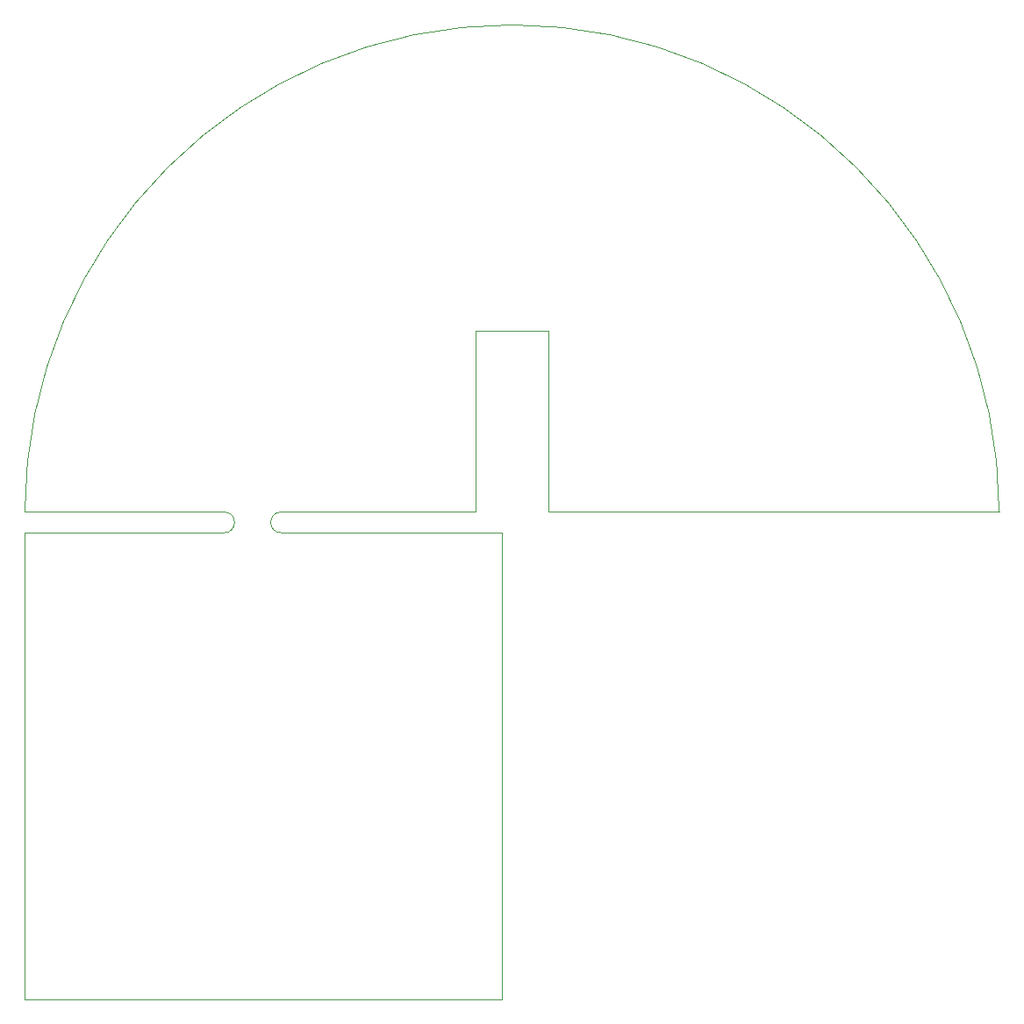
<source format=gbr>
%TF.GenerationSoftware,KiCad,Pcbnew,(5.1.9)-1*%
%TF.CreationDate,2021-03-10T13:01:27-03:00*%
%TF.ProjectId,pedal_board,70656461-6c5f-4626-9f61-72642e6b6963,rev?*%
%TF.SameCoordinates,Original*%
%TF.FileFunction,Profile,NP*%
%FSLAX46Y46*%
G04 Gerber Fmt 4.6, Leading zero omitted, Abs format (unit mm)*
G04 Created by KiCad (PCBNEW (5.1.9)-1) date 2021-03-10 13:01:27*
%MOMM*%
%LPD*%
G01*
G04 APERTURE LIST*
%TA.AperFunction,Profile*%
%ADD10C,0.100000*%
%TD*%
G04 APERTURE END LIST*
D10*
X160225000Y-105500000D02*
G75*
G02*
X160225000Y-107500000I0J-1000000D01*
G01*
X165725000Y-107500000D02*
G75*
G02*
X165725000Y-105500000I0J1000000D01*
G01*
X187000000Y-107500000D02*
X184250000Y-107500000D01*
X187000000Y-152500000D02*
X187000000Y-107500000D01*
X191500000Y-105500000D02*
X235000000Y-105500000D01*
X184250000Y-107500000D02*
X165725000Y-107500000D01*
X141000000Y-152500000D02*
X187000000Y-152500000D01*
X141000000Y-107500000D02*
X141000000Y-152500000D01*
X160225000Y-107500000D02*
X141000000Y-107500000D01*
X165725000Y-105500000D02*
X184500000Y-105500000D01*
X141000000Y-105500000D02*
G75*
G02*
X235000000Y-105500000I47000000J0D01*
G01*
X191500000Y-88000000D02*
X191500000Y-105500000D01*
X184500000Y-88000000D02*
X191500000Y-88000000D01*
X184500000Y-105500000D02*
X184500000Y-88000000D01*
X141000000Y-105500000D02*
X160225000Y-105500000D01*
M02*

</source>
